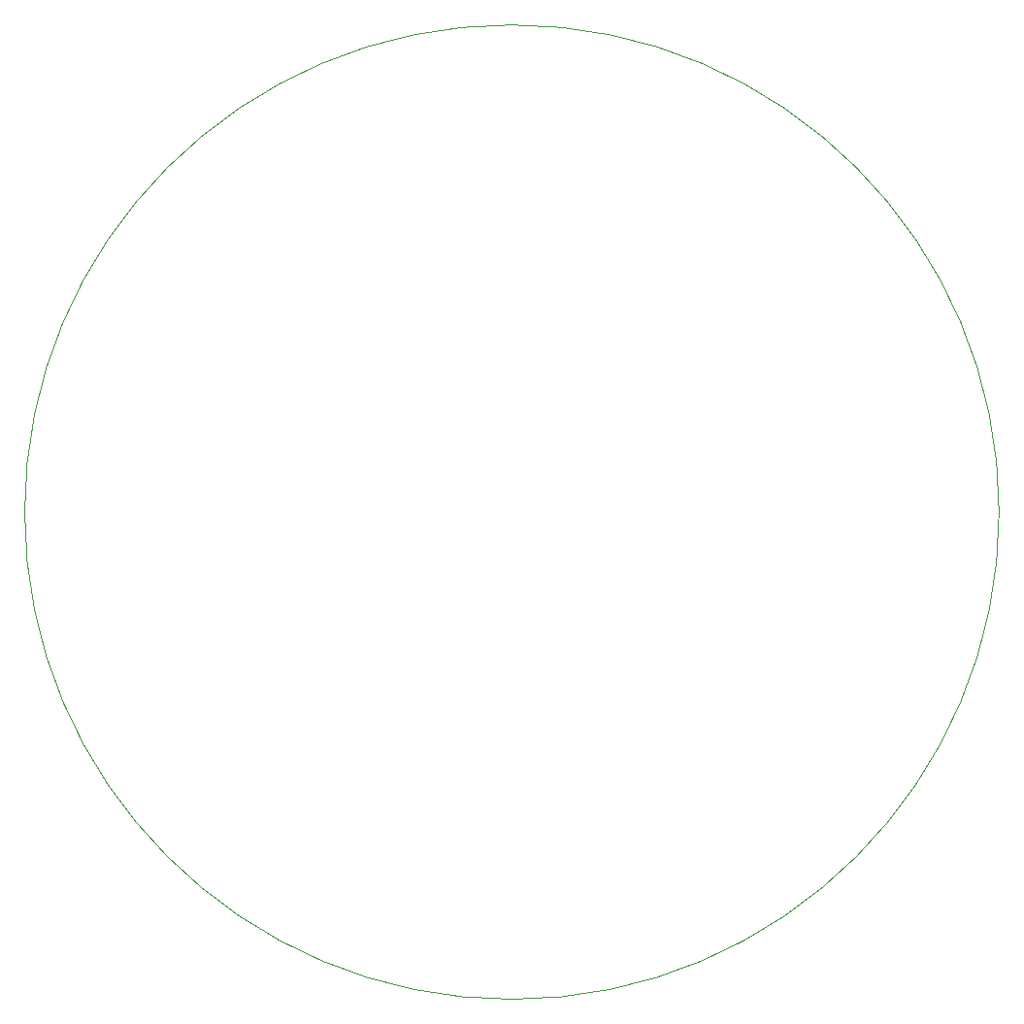
<source format=gm1>
%TF.GenerationSoftware,KiCad,Pcbnew,5.1.7-a382d34a8~88~ubuntu20.04.1*%
%TF.CreationDate,2021-06-08T03:13:41+02:00*%
%TF.ProjectId,uHoubolt_PCB_GNSS,75486f75-626f-46c7-945f-5043425f474e,rev?*%
%TF.SameCoordinates,PX8f0d180PY5f5e100*%
%TF.FileFunction,Profile,NP*%
%FSLAX46Y46*%
G04 Gerber Fmt 4.6, Leading zero omitted, Abs format (unit mm)*
G04 Created by KiCad (PCBNEW 5.1.7-a382d34a8~88~ubuntu20.04.1) date 2021-06-08 03:13:41*
%MOMM*%
%LPD*%
G01*
G04 APERTURE LIST*
%TA.AperFunction,Profile*%
%ADD10C,0.050000*%
%TD*%
G04 APERTURE END LIST*
D10*
X42500000Y0D02*
G75*
G03*
X42500000Y0I-42500000J0D01*
G01*
M02*

</source>
